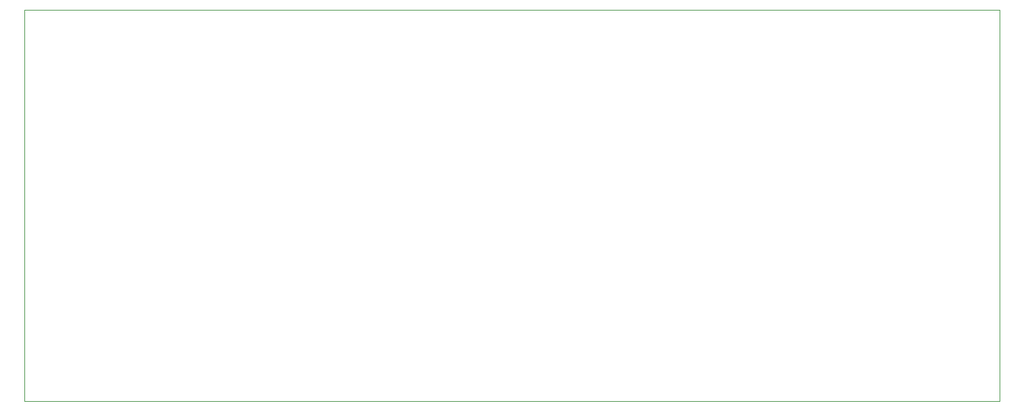
<source format=gbr>
G04 #@! TF.GenerationSoftware,KiCad,Pcbnew,5.1.5-52549c5~84~ubuntu18.04.1*
G04 #@! TF.CreationDate,2019-11-25T01:58:10+02:00*
G04 #@! TF.ProjectId,tinydimmer,74696e79-6469-46d6-9d65-722e6b696361,rev?*
G04 #@! TF.SameCoordinates,PX1d369d0PY5483e38*
G04 #@! TF.FileFunction,Profile,NP*
%FSLAX46Y46*%
G04 Gerber Fmt 4.6, Leading zero omitted, Abs format (unit mm)*
G04 Created by KiCad (PCBNEW 5.1.5-52549c5~84~ubuntu18.04.1) date 2019-11-25 01:58:10*
%MOMM*%
%LPD*%
G04 APERTURE LIST*
G04 #@! TA.AperFunction,Profile*
%ADD10C,0.050000*%
G04 #@! TD*
G04 APERTURE END LIST*
D10*
X125222000Y50241200D02*
X0Y50241200D01*
X125222000Y0D02*
X125222000Y50241200D01*
X0Y0D02*
X125222000Y0D01*
X0Y50241200D02*
X0Y0D01*
M02*

</source>
